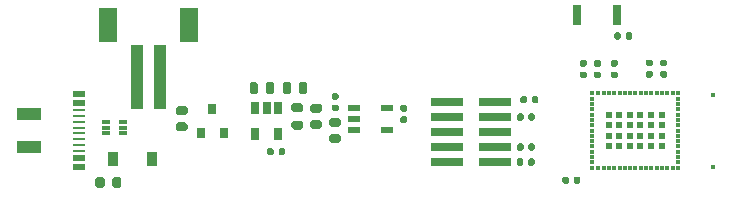
<source format=gbr>
%TF.GenerationSoftware,KiCad,Pcbnew,(5.1.9)-1*%
%TF.CreationDate,2021-04-07T15:03:24-04:00*%
%TF.ProjectId,Finch-Feather,46696e63-682d-4466-9561-746865722e6b,rev?*%
%TF.SameCoordinates,Original*%
%TF.FileFunction,Paste,Top*%
%TF.FilePolarity,Positive*%
%FSLAX46Y46*%
G04 Gerber Fmt 4.6, Leading zero omitted, Abs format (unit mm)*
G04 Created by KiCad (PCBNEW (5.1.9)-1) date 2021-04-07 15:03:24*
%MOMM*%
%LPD*%
G01*
G04 APERTURE LIST*
%ADD10R,0.650000X1.060000*%
%ADD11R,1.600000X3.000000*%
%ADD12R,1.000000X5.500000*%
%ADD13R,0.900000X1.200000*%
%ADD14R,0.800000X0.900000*%
%ADD15R,1.000001X0.599999*%
%ADD16R,0.430000X0.430000*%
%ADD17R,0.300000X0.350000*%
%ADD18R,0.350000X0.350000*%
%ADD19R,0.350000X0.300000*%
%ADD20R,0.600000X0.600000*%
%ADD21R,2.000000X1.000000*%
%ADD22R,1.000000X0.270000*%
%ADD23R,1.000000X0.520000*%
%ADD24R,0.750000X0.350000*%
%ADD25R,2.800000X0.750000*%
%ADD26R,0.800000X1.700000*%
G04 APERTURE END LIST*
D10*
%TO.C,U3*%
X142350000Y-98100000D03*
X141400000Y-98100000D03*
X140450000Y-98100000D03*
X140450000Y-100300000D03*
X142350000Y-100300000D03*
%TD*%
D11*
%TO.C,T5*%
X134800000Y-91075000D03*
X128000000Y-91075000D03*
D12*
X132400000Y-95475000D03*
X130400000Y-95475000D03*
%TD*%
%TO.C,R9*%
G36*
G01*
X134515000Y-98690000D02*
X133885000Y-98690000D01*
G75*
G02*
X133700000Y-98505000I0J185000D01*
G01*
X133700000Y-98135000D01*
G75*
G02*
X133885000Y-97950000I185000J0D01*
G01*
X134515000Y-97950000D01*
G75*
G02*
X134700000Y-98135000I0J-185000D01*
G01*
X134700000Y-98505000D01*
G75*
G02*
X134515000Y-98690000I-185000J0D01*
G01*
G37*
G36*
G01*
X134515000Y-100050000D02*
X133885000Y-100050000D01*
G75*
G02*
X133700000Y-99865000I0J185000D01*
G01*
X133700000Y-99495000D01*
G75*
G02*
X133885000Y-99310000I185000J0D01*
G01*
X134515000Y-99310000D01*
G75*
G02*
X134700000Y-99495000I0J-185000D01*
G01*
X134700000Y-99865000D01*
G75*
G02*
X134515000Y-100050000I-185000J0D01*
G01*
G37*
%TD*%
D13*
%TO.C,D3*%
X131650000Y-102400000D03*
X128350000Y-102400000D03*
%TD*%
%TO.C,R8*%
G36*
G01*
X146885000Y-100310000D02*
X147515000Y-100310000D01*
G75*
G02*
X147700000Y-100495000I0J-185000D01*
G01*
X147700000Y-100865000D01*
G75*
G02*
X147515000Y-101050000I-185000J0D01*
G01*
X146885000Y-101050000D01*
G75*
G02*
X146700000Y-100865000I0J185000D01*
G01*
X146700000Y-100495000D01*
G75*
G02*
X146885000Y-100310000I185000J0D01*
G01*
G37*
G36*
G01*
X146885000Y-98950000D02*
X147515000Y-98950000D01*
G75*
G02*
X147700000Y-99135000I0J-185000D01*
G01*
X147700000Y-99505000D01*
G75*
G02*
X147515000Y-99690000I-185000J0D01*
G01*
X146885000Y-99690000D01*
G75*
G02*
X146700000Y-99505000I0J185000D01*
G01*
X146700000Y-99135000D01*
G75*
G02*
X146885000Y-98950000I185000J0D01*
G01*
G37*
%TD*%
D14*
%TO.C,Q1*%
X135850000Y-100200000D03*
X137750000Y-100200000D03*
X136800000Y-98200000D03*
%TD*%
D15*
%TO.C,U2*%
X151574999Y-98049999D03*
X151574999Y-99949998D03*
X148824999Y-99949998D03*
X148824999Y-99000000D03*
X148824999Y-98049999D03*
%TD*%
%TO.C,C10*%
G36*
G01*
X147365250Y-98362500D02*
X147034750Y-98362500D01*
G75*
G02*
X146895000Y-98222750I0J139750D01*
G01*
X146895000Y-97943250D01*
G75*
G02*
X147034750Y-97803500I139750J0D01*
G01*
X147365250Y-97803500D01*
G75*
G02*
X147505000Y-97943250I0J-139750D01*
G01*
X147505000Y-98222750D01*
G75*
G02*
X147365250Y-98362500I-139750J0D01*
G01*
G37*
G36*
G01*
X147365250Y-97396500D02*
X147034750Y-97396500D01*
G75*
G02*
X146895000Y-97256750I0J139750D01*
G01*
X146895000Y-96977250D01*
G75*
G02*
X147034750Y-96837500I139750J0D01*
G01*
X147365250Y-96837500D01*
G75*
G02*
X147505000Y-96977250I0J-139750D01*
G01*
X147505000Y-97256750D01*
G75*
G02*
X147365250Y-97396500I-139750J0D01*
G01*
G37*
%TD*%
D16*
%TO.C,M1*%
X179185000Y-103050000D03*
X179185000Y-96950000D03*
D17*
X169475000Y-96850000D03*
X169925000Y-96850000D03*
X170375000Y-96850000D03*
X170825000Y-96850000D03*
X171275000Y-96850000D03*
X171725000Y-96850000D03*
X172175000Y-96850000D03*
X172625000Y-96850000D03*
X173075000Y-96850000D03*
X173525000Y-96850000D03*
X173975000Y-96850000D03*
X174425000Y-96850000D03*
X174875000Y-96850000D03*
X175325000Y-96850000D03*
X175775000Y-96850000D03*
D18*
X168950000Y-96825000D03*
D19*
X168975000Y-97300000D03*
X168975000Y-97750000D03*
X168975000Y-98200000D03*
X168975000Y-98650000D03*
X168975000Y-99100000D03*
X168975000Y-99550000D03*
D18*
X168950000Y-103175000D03*
D19*
X168975000Y-102700000D03*
X168975000Y-102250000D03*
X168975000Y-101800000D03*
X168975000Y-101350000D03*
X168975000Y-100900000D03*
X168975000Y-100450000D03*
X168975000Y-100000000D03*
D17*
X169475000Y-103150000D03*
X169925000Y-103150000D03*
X170375000Y-103150000D03*
X170825000Y-103150000D03*
X171275000Y-103150000D03*
X171725000Y-103150000D03*
X172175000Y-103150000D03*
X172625000Y-103150000D03*
X173075000Y-103150000D03*
X173525000Y-103150000D03*
X173975000Y-103150000D03*
X174425000Y-103150000D03*
X174875000Y-103150000D03*
X175325000Y-103150000D03*
X175775000Y-103150000D03*
D18*
X176250000Y-96825000D03*
D19*
X176225000Y-97300000D03*
X176225000Y-97750000D03*
X176225000Y-98200000D03*
X176225000Y-98650000D03*
X176225000Y-99100000D03*
X176225000Y-99550000D03*
D18*
X176250000Y-103175000D03*
D19*
X176225000Y-102700000D03*
X176225000Y-102250000D03*
X176225000Y-101800000D03*
X176225000Y-101350000D03*
X176225000Y-100900000D03*
X176225000Y-100450000D03*
X176225000Y-100000000D03*
D20*
X170350000Y-101350000D03*
X171250000Y-101350000D03*
X172150000Y-101350000D03*
X173050000Y-101350000D03*
X173950000Y-101350000D03*
X174850000Y-101350000D03*
X170350000Y-100450000D03*
X171250000Y-100450000D03*
X172150000Y-100450000D03*
X173050000Y-100450000D03*
X173950000Y-100450000D03*
X174850000Y-100450000D03*
X170350000Y-99550000D03*
X171250000Y-99550000D03*
X172150000Y-99550000D03*
X173050000Y-99550000D03*
X173950000Y-99550000D03*
X174850000Y-99550000D03*
X170350000Y-98650000D03*
X171250000Y-98650000D03*
X172150000Y-98650000D03*
X173050000Y-98650000D03*
X173950000Y-98650000D03*
X174850000Y-98650000D03*
%TD*%
D21*
%TO.C,T3*%
X121300000Y-101400000D03*
X121300000Y-98600000D03*
D22*
X125500000Y-101250000D03*
X125500000Y-100750000D03*
X125500000Y-100250000D03*
X125500000Y-99750000D03*
X125500000Y-99250000D03*
X125500000Y-98750000D03*
X125500000Y-101750000D03*
X125500000Y-98250000D03*
D23*
X125500000Y-102350000D03*
X125500000Y-97650000D03*
X125500000Y-103100000D03*
X125500000Y-96900000D03*
%TD*%
D24*
%TO.C,U1*%
X129200000Y-99250000D03*
X129200000Y-99750000D03*
X129200000Y-100250000D03*
X127820000Y-100250000D03*
X127820000Y-99750000D03*
X127820000Y-99250000D03*
%TD*%
D25*
%TO.C,T1*%
X160710000Y-97590000D03*
X156650000Y-97590000D03*
X160710000Y-98860000D03*
X156650000Y-98860000D03*
X160710000Y-100130000D03*
X156650000Y-100130000D03*
X160710000Y-101400000D03*
X156650000Y-101400000D03*
X160710000Y-102670000D03*
X156650000Y-102670000D03*
%TD*%
D26*
%TO.C,SW1*%
X167700000Y-90200000D03*
X171100000Y-90200000D03*
%TD*%
%TO.C,R7*%
G36*
G01*
X142962500Y-101634750D02*
X142962500Y-101965250D01*
G75*
G02*
X142822750Y-102105000I-139750J0D01*
G01*
X142543250Y-102105000D01*
G75*
G02*
X142403500Y-101965250I0J139750D01*
G01*
X142403500Y-101634750D01*
G75*
G02*
X142543250Y-101495000I139750J0D01*
G01*
X142822750Y-101495000D01*
G75*
G02*
X142962500Y-101634750I0J-139750D01*
G01*
G37*
G36*
G01*
X141996500Y-101634750D02*
X141996500Y-101965250D01*
G75*
G02*
X141856750Y-102105000I-139750J0D01*
G01*
X141577250Y-102105000D01*
G75*
G02*
X141437500Y-101965250I0J139750D01*
G01*
X141437500Y-101634750D01*
G75*
G02*
X141577250Y-101495000I139750J0D01*
G01*
X141856750Y-101495000D01*
G75*
G02*
X141996500Y-101634750I0J-139750D01*
G01*
G37*
%TD*%
%TO.C,R6*%
G36*
G01*
X143490000Y-96085000D02*
X143490000Y-96715000D01*
G75*
G02*
X143305000Y-96900000I-185000J0D01*
G01*
X142935000Y-96900000D01*
G75*
G02*
X142750000Y-96715000I0J185000D01*
G01*
X142750000Y-96085000D01*
G75*
G02*
X142935000Y-95900000I185000J0D01*
G01*
X143305000Y-95900000D01*
G75*
G02*
X143490000Y-96085000I0J-185000D01*
G01*
G37*
G36*
G01*
X144850000Y-96085000D02*
X144850000Y-96715000D01*
G75*
G02*
X144665000Y-96900000I-185000J0D01*
G01*
X144295000Y-96900000D01*
G75*
G02*
X144110000Y-96715000I0J185000D01*
G01*
X144110000Y-96085000D01*
G75*
G02*
X144295000Y-95900000I185000J0D01*
G01*
X144665000Y-95900000D01*
G75*
G02*
X144850000Y-96085000I0J-185000D01*
G01*
G37*
%TD*%
%TO.C,R5*%
G36*
G01*
X170659750Y-94037500D02*
X170990250Y-94037500D01*
G75*
G02*
X171130000Y-94177250I0J-139750D01*
G01*
X171130000Y-94456750D01*
G75*
G02*
X170990250Y-94596500I-139750J0D01*
G01*
X170659750Y-94596500D01*
G75*
G02*
X170520000Y-94456750I0J139750D01*
G01*
X170520000Y-94177250D01*
G75*
G02*
X170659750Y-94037500I139750J0D01*
G01*
G37*
G36*
G01*
X170659750Y-95003500D02*
X170990250Y-95003500D01*
G75*
G02*
X171130000Y-95143250I0J-139750D01*
G01*
X171130000Y-95422750D01*
G75*
G02*
X170990250Y-95562500I-139750J0D01*
G01*
X170659750Y-95562500D01*
G75*
G02*
X170520000Y-95422750I0J139750D01*
G01*
X170520000Y-95143250D01*
G75*
G02*
X170659750Y-95003500I139750J0D01*
G01*
G37*
%TD*%
%TO.C,R4*%
G36*
G01*
X164412500Y-97234750D02*
X164412500Y-97565250D01*
G75*
G02*
X164272750Y-97705000I-139750J0D01*
G01*
X163993250Y-97705000D01*
G75*
G02*
X163853500Y-97565250I0J139750D01*
G01*
X163853500Y-97234750D01*
G75*
G02*
X163993250Y-97095000I139750J0D01*
G01*
X164272750Y-97095000D01*
G75*
G02*
X164412500Y-97234750I0J-139750D01*
G01*
G37*
G36*
G01*
X163446500Y-97234750D02*
X163446500Y-97565250D01*
G75*
G02*
X163306750Y-97705000I-139750J0D01*
G01*
X163027250Y-97705000D01*
G75*
G02*
X162887500Y-97565250I0J139750D01*
G01*
X162887500Y-97234750D01*
G75*
G02*
X163027250Y-97095000I139750J0D01*
G01*
X163306750Y-97095000D01*
G75*
G02*
X163446500Y-97234750I0J-139750D01*
G01*
G37*
%TD*%
%TO.C,R3*%
G36*
G01*
X162587500Y-101565250D02*
X162587500Y-101234750D01*
G75*
G02*
X162727250Y-101095000I139750J0D01*
G01*
X163006750Y-101095000D01*
G75*
G02*
X163146500Y-101234750I0J-139750D01*
G01*
X163146500Y-101565250D01*
G75*
G02*
X163006750Y-101705000I-139750J0D01*
G01*
X162727250Y-101705000D01*
G75*
G02*
X162587500Y-101565250I0J139750D01*
G01*
G37*
G36*
G01*
X163553500Y-101565250D02*
X163553500Y-101234750D01*
G75*
G02*
X163693250Y-101095000I139750J0D01*
G01*
X163972750Y-101095000D01*
G75*
G02*
X164112500Y-101234750I0J-139750D01*
G01*
X164112500Y-101565250D01*
G75*
G02*
X163972750Y-101705000I-139750J0D01*
G01*
X163693250Y-101705000D01*
G75*
G02*
X163553500Y-101565250I0J139750D01*
G01*
G37*
%TD*%
%TO.C,R2*%
G36*
G01*
X164112500Y-98694750D02*
X164112500Y-99025250D01*
G75*
G02*
X163972750Y-99165000I-139750J0D01*
G01*
X163693250Y-99165000D01*
G75*
G02*
X163553500Y-99025250I0J139750D01*
G01*
X163553500Y-98694750D01*
G75*
G02*
X163693250Y-98555000I139750J0D01*
G01*
X163972750Y-98555000D01*
G75*
G02*
X164112500Y-98694750I0J-139750D01*
G01*
G37*
G36*
G01*
X163146500Y-98694750D02*
X163146500Y-99025250D01*
G75*
G02*
X163006750Y-99165000I-139750J0D01*
G01*
X162727250Y-99165000D01*
G75*
G02*
X162587500Y-99025250I0J139750D01*
G01*
X162587500Y-98694750D01*
G75*
G02*
X162727250Y-98555000I139750J0D01*
G01*
X163006750Y-98555000D01*
G75*
G02*
X163146500Y-98694750I0J-139750D01*
G01*
G37*
%TD*%
%TO.C,R1*%
G36*
G01*
X164087500Y-102504750D02*
X164087500Y-102835250D01*
G75*
G02*
X163947750Y-102975000I-139750J0D01*
G01*
X163668250Y-102975000D01*
G75*
G02*
X163528500Y-102835250I0J139750D01*
G01*
X163528500Y-102504750D01*
G75*
G02*
X163668250Y-102365000I139750J0D01*
G01*
X163947750Y-102365000D01*
G75*
G02*
X164087500Y-102504750I0J-139750D01*
G01*
G37*
G36*
G01*
X163121500Y-102504750D02*
X163121500Y-102835250D01*
G75*
G02*
X162981750Y-102975000I-139750J0D01*
G01*
X162702250Y-102975000D01*
G75*
G02*
X162562500Y-102835250I0J139750D01*
G01*
X162562500Y-102504750D01*
G75*
G02*
X162702250Y-102365000I139750J0D01*
G01*
X162981750Y-102365000D01*
G75*
G02*
X163121500Y-102504750I0J-139750D01*
G01*
G37*
%TD*%
%TO.C,L1*%
G36*
G01*
X129100000Y-104125000D02*
X129100000Y-104675000D01*
G75*
G02*
X128900000Y-104875000I-200000J0D01*
G01*
X128500000Y-104875000D01*
G75*
G02*
X128300000Y-104675000I0J200000D01*
G01*
X128300000Y-104125000D01*
G75*
G02*
X128500000Y-103925000I200000J0D01*
G01*
X128900000Y-103925000D01*
G75*
G02*
X129100000Y-104125000I0J-200000D01*
G01*
G37*
G36*
G01*
X127700000Y-104125000D02*
X127700000Y-104675000D01*
G75*
G02*
X127500000Y-104875000I-200000J0D01*
G01*
X127100000Y-104875000D01*
G75*
G02*
X126900000Y-104675000I0J200000D01*
G01*
X126900000Y-104125000D01*
G75*
G02*
X127100000Y-103925000I200000J0D01*
G01*
X127500000Y-103925000D01*
G75*
G02*
X127700000Y-104125000I0J-200000D01*
G01*
G37*
%TD*%
%TO.C,D1*%
G36*
G01*
X144312500Y-98425000D02*
X143687500Y-98425000D01*
G75*
G02*
X143500000Y-98237500I0J187500D01*
G01*
X143500000Y-97862500D01*
G75*
G02*
X143687500Y-97675000I187500J0D01*
G01*
X144312500Y-97675000D01*
G75*
G02*
X144500000Y-97862500I0J-187500D01*
G01*
X144500000Y-98237500D01*
G75*
G02*
X144312500Y-98425000I-187500J0D01*
G01*
G37*
G36*
G01*
X144312500Y-99925000D02*
X143687500Y-99925000D01*
G75*
G02*
X143500000Y-99737500I0J187500D01*
G01*
X143500000Y-99362500D01*
G75*
G02*
X143687500Y-99175000I187500J0D01*
G01*
X144312500Y-99175000D01*
G75*
G02*
X144500000Y-99362500I0J-187500D01*
G01*
X144500000Y-99737500D01*
G75*
G02*
X144312500Y-99925000I-187500J0D01*
G01*
G37*
%TD*%
%TO.C,C9*%
G36*
G01*
X173965250Y-95512500D02*
X173634750Y-95512500D01*
G75*
G02*
X173495000Y-95372750I0J139750D01*
G01*
X173495000Y-95093250D01*
G75*
G02*
X173634750Y-94953500I139750J0D01*
G01*
X173965250Y-94953500D01*
G75*
G02*
X174105000Y-95093250I0J-139750D01*
G01*
X174105000Y-95372750D01*
G75*
G02*
X173965250Y-95512500I-139750J0D01*
G01*
G37*
G36*
G01*
X173965250Y-94546500D02*
X173634750Y-94546500D01*
G75*
G02*
X173495000Y-94406750I0J139750D01*
G01*
X173495000Y-94127250D01*
G75*
G02*
X173634750Y-93987500I139750J0D01*
G01*
X173965250Y-93987500D01*
G75*
G02*
X174105000Y-94127250I0J-139750D01*
G01*
X174105000Y-94406750D01*
G75*
G02*
X173965250Y-94546500I-139750J0D01*
G01*
G37*
%TD*%
%TO.C,C8*%
G36*
G01*
X152834750Y-97837500D02*
X153165250Y-97837500D01*
G75*
G02*
X153305000Y-97977250I0J-139750D01*
G01*
X153305000Y-98256750D01*
G75*
G02*
X153165250Y-98396500I-139750J0D01*
G01*
X152834750Y-98396500D01*
G75*
G02*
X152695000Y-98256750I0J139750D01*
G01*
X152695000Y-97977250D01*
G75*
G02*
X152834750Y-97837500I139750J0D01*
G01*
G37*
G36*
G01*
X152834750Y-98803500D02*
X153165250Y-98803500D01*
G75*
G02*
X153305000Y-98943250I0J-139750D01*
G01*
X153305000Y-99222750D01*
G75*
G02*
X153165250Y-99362500I-139750J0D01*
G01*
X152834750Y-99362500D01*
G75*
G02*
X152695000Y-99222750I0J139750D01*
G01*
X152695000Y-98943250D01*
G75*
G02*
X152834750Y-98803500I139750J0D01*
G01*
G37*
%TD*%
%TO.C,C7*%
G36*
G01*
X175165250Y-95512500D02*
X174834750Y-95512500D01*
G75*
G02*
X174695000Y-95372750I0J139750D01*
G01*
X174695000Y-95093250D01*
G75*
G02*
X174834750Y-94953500I139750J0D01*
G01*
X175165250Y-94953500D01*
G75*
G02*
X175305000Y-95093250I0J-139750D01*
G01*
X175305000Y-95372750D01*
G75*
G02*
X175165250Y-95512500I-139750J0D01*
G01*
G37*
G36*
G01*
X175165250Y-94546500D02*
X174834750Y-94546500D01*
G75*
G02*
X174695000Y-94406750I0J139750D01*
G01*
X174695000Y-94127250D01*
G75*
G02*
X174834750Y-93987500I139750J0D01*
G01*
X175165250Y-93987500D01*
G75*
G02*
X175305000Y-94127250I0J-139750D01*
G01*
X175305000Y-94406750D01*
G75*
G02*
X175165250Y-94546500I-139750J0D01*
G01*
G37*
%TD*%
%TO.C,C6*%
G36*
G01*
X168365250Y-95562500D02*
X168034750Y-95562500D01*
G75*
G02*
X167895000Y-95422750I0J139750D01*
G01*
X167895000Y-95143250D01*
G75*
G02*
X168034750Y-95003500I139750J0D01*
G01*
X168365250Y-95003500D01*
G75*
G02*
X168505000Y-95143250I0J-139750D01*
G01*
X168505000Y-95422750D01*
G75*
G02*
X168365250Y-95562500I-139750J0D01*
G01*
G37*
G36*
G01*
X168365250Y-94596500D02*
X168034750Y-94596500D01*
G75*
G02*
X167895000Y-94456750I0J139750D01*
G01*
X167895000Y-94177250D01*
G75*
G02*
X168034750Y-94037500I139750J0D01*
G01*
X168365250Y-94037500D01*
G75*
G02*
X168505000Y-94177250I0J-139750D01*
G01*
X168505000Y-94456750D01*
G75*
G02*
X168365250Y-94596500I-139750J0D01*
G01*
G37*
%TD*%
%TO.C,C5*%
G36*
G01*
X169565250Y-95562500D02*
X169234750Y-95562500D01*
G75*
G02*
X169095000Y-95422750I0J139750D01*
G01*
X169095000Y-95143250D01*
G75*
G02*
X169234750Y-95003500I139750J0D01*
G01*
X169565250Y-95003500D01*
G75*
G02*
X169705000Y-95143250I0J-139750D01*
G01*
X169705000Y-95422750D01*
G75*
G02*
X169565250Y-95562500I-139750J0D01*
G01*
G37*
G36*
G01*
X169565250Y-94596500D02*
X169234750Y-94596500D01*
G75*
G02*
X169095000Y-94456750I0J139750D01*
G01*
X169095000Y-94177250D01*
G75*
G02*
X169234750Y-94037500I139750J0D01*
G01*
X169565250Y-94037500D01*
G75*
G02*
X169705000Y-94177250I0J-139750D01*
G01*
X169705000Y-94456750D01*
G75*
G02*
X169565250Y-94596500I-139750J0D01*
G01*
G37*
%TD*%
%TO.C,C4*%
G36*
G01*
X167962500Y-104034750D02*
X167962500Y-104365250D01*
G75*
G02*
X167822750Y-104505000I-139750J0D01*
G01*
X167543250Y-104505000D01*
G75*
G02*
X167403500Y-104365250I0J139750D01*
G01*
X167403500Y-104034750D01*
G75*
G02*
X167543250Y-103895000I139750J0D01*
G01*
X167822750Y-103895000D01*
G75*
G02*
X167962500Y-104034750I0J-139750D01*
G01*
G37*
G36*
G01*
X166996500Y-104034750D02*
X166996500Y-104365250D01*
G75*
G02*
X166856750Y-104505000I-139750J0D01*
G01*
X166577250Y-104505000D01*
G75*
G02*
X166437500Y-104365250I0J139750D01*
G01*
X166437500Y-104034750D01*
G75*
G02*
X166577250Y-103895000I139750J0D01*
G01*
X166856750Y-103895000D01*
G75*
G02*
X166996500Y-104034750I0J-139750D01*
G01*
G37*
%TD*%
%TO.C,C3*%
G36*
G01*
X141310000Y-96715000D02*
X141310000Y-96085000D01*
G75*
G02*
X141495000Y-95900000I185000J0D01*
G01*
X141865000Y-95900000D01*
G75*
G02*
X142050000Y-96085000I0J-185000D01*
G01*
X142050000Y-96715000D01*
G75*
G02*
X141865000Y-96900000I-185000J0D01*
G01*
X141495000Y-96900000D01*
G75*
G02*
X141310000Y-96715000I0J185000D01*
G01*
G37*
G36*
G01*
X139950000Y-96715000D02*
X139950000Y-96085000D01*
G75*
G02*
X140135000Y-95900000I185000J0D01*
G01*
X140505000Y-95900000D01*
G75*
G02*
X140690000Y-96085000I0J-185000D01*
G01*
X140690000Y-96715000D01*
G75*
G02*
X140505000Y-96900000I-185000J0D01*
G01*
X140135000Y-96900000D01*
G75*
G02*
X139950000Y-96715000I0J185000D01*
G01*
G37*
%TD*%
%TO.C,C2*%
G36*
G01*
X145915000Y-98490000D02*
X145285000Y-98490000D01*
G75*
G02*
X145100000Y-98305000I0J185000D01*
G01*
X145100000Y-97935000D01*
G75*
G02*
X145285000Y-97750000I185000J0D01*
G01*
X145915000Y-97750000D01*
G75*
G02*
X146100000Y-97935000I0J-185000D01*
G01*
X146100000Y-98305000D01*
G75*
G02*
X145915000Y-98490000I-185000J0D01*
G01*
G37*
G36*
G01*
X145915000Y-99850000D02*
X145285000Y-99850000D01*
G75*
G02*
X145100000Y-99665000I0J185000D01*
G01*
X145100000Y-99295000D01*
G75*
G02*
X145285000Y-99110000I185000J0D01*
G01*
X145915000Y-99110000D01*
G75*
G02*
X146100000Y-99295000I0J-185000D01*
G01*
X146100000Y-99665000D01*
G75*
G02*
X145915000Y-99850000I-185000J0D01*
G01*
G37*
%TD*%
%TO.C,C1*%
G36*
G01*
X170837500Y-92165250D02*
X170837500Y-91834750D01*
G75*
G02*
X170977250Y-91695000I139750J0D01*
G01*
X171256750Y-91695000D01*
G75*
G02*
X171396500Y-91834750I0J-139750D01*
G01*
X171396500Y-92165250D01*
G75*
G02*
X171256750Y-92305000I-139750J0D01*
G01*
X170977250Y-92305000D01*
G75*
G02*
X170837500Y-92165250I0J139750D01*
G01*
G37*
G36*
G01*
X171803500Y-92165250D02*
X171803500Y-91834750D01*
G75*
G02*
X171943250Y-91695000I139750J0D01*
G01*
X172222750Y-91695000D01*
G75*
G02*
X172362500Y-91834750I0J-139750D01*
G01*
X172362500Y-92165250D01*
G75*
G02*
X172222750Y-92305000I-139750J0D01*
G01*
X171943250Y-92305000D01*
G75*
G02*
X171803500Y-92165250I0J139750D01*
G01*
G37*
%TD*%
M02*

</source>
